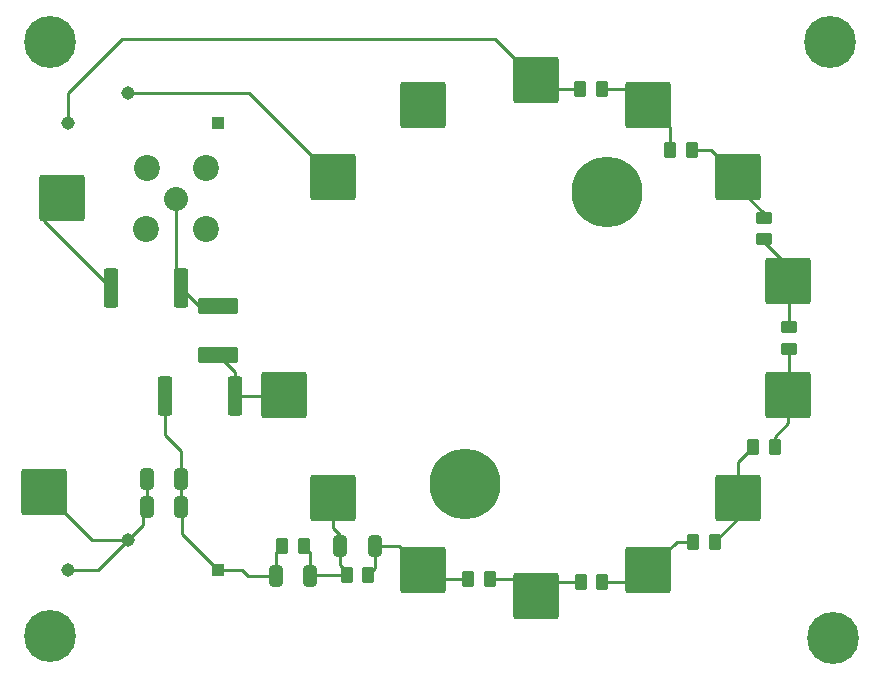
<source format=gbr>
%TF.GenerationSoftware,KiCad,Pcbnew,7.0.2-27-g7a50654f3b*%
%TF.CreationDate,2023-06-01T09:40:15-07:00*%
%TF.ProjectId,14_pin_pmt_Rev2,31345f70-696e-45f7-906d-745f52657632,rev?*%
%TF.SameCoordinates,Original*%
%TF.FileFunction,Copper,L1,Top*%
%TF.FilePolarity,Positive*%
%FSLAX46Y46*%
G04 Gerber Fmt 4.6, Leading zero omitted, Abs format (unit mm)*
G04 Created by KiCad (PCBNEW 7.0.2-27-g7a50654f3b) date 2023-06-01 09:40:15*
%MOMM*%
%LPD*%
G01*
G04 APERTURE LIST*
G04 Aperture macros list*
%AMRoundRect*
0 Rectangle with rounded corners*
0 $1 Rounding radius*
0 $2 $3 $4 $5 $6 $7 $8 $9 X,Y pos of 4 corners*
0 Add a 4 corners polygon primitive as box body*
4,1,4,$2,$3,$4,$5,$6,$7,$8,$9,$2,$3,0*
0 Add four circle primitives for the rounded corners*
1,1,$1+$1,$2,$3*
1,1,$1+$1,$4,$5*
1,1,$1+$1,$6,$7*
1,1,$1+$1,$8,$9*
0 Add four rect primitives between the rounded corners*
20,1,$1+$1,$2,$3,$4,$5,0*
20,1,$1+$1,$4,$5,$6,$7,0*
20,1,$1+$1,$6,$7,$8,$9,0*
20,1,$1+$1,$8,$9,$2,$3,0*%
G04 Aperture macros list end*
%TA.AperFunction,ComponentPad*%
%ADD10R,1.140000X1.140000*%
%TD*%
%TA.AperFunction,ComponentPad*%
%ADD11C,1.140000*%
%TD*%
%TA.AperFunction,SMDPad,CuDef*%
%ADD12RoundRect,0.250000X-0.262500X-0.450000X0.262500X-0.450000X0.262500X0.450000X-0.262500X0.450000X0*%
%TD*%
%TA.AperFunction,SMDPad,CuDef*%
%ADD13RoundRect,0.250000X-0.325000X-0.650000X0.325000X-0.650000X0.325000X0.650000X-0.325000X0.650000X0*%
%TD*%
%TA.AperFunction,ComponentPad*%
%ADD14RoundRect,0.250002X-1.699998X-1.699998X1.699998X-1.699998X1.699998X1.699998X-1.699998X1.699998X0*%
%TD*%
%TA.AperFunction,ComponentPad*%
%ADD15C,0.700000*%
%TD*%
%TA.AperFunction,ComponentPad*%
%ADD16C,4.400000*%
%TD*%
%TA.AperFunction,SMDPad,CuDef*%
%ADD17RoundRect,0.250000X0.450000X-0.262500X0.450000X0.262500X-0.450000X0.262500X-0.450000X-0.262500X0*%
%TD*%
%TA.AperFunction,ComponentPad*%
%ADD18C,0.800000*%
%TD*%
%TA.AperFunction,ComponentPad*%
%ADD19C,6.000000*%
%TD*%
%TA.AperFunction,SMDPad,CuDef*%
%ADD20RoundRect,0.250000X0.362500X1.425000X-0.362500X1.425000X-0.362500X-1.425000X0.362500X-1.425000X0*%
%TD*%
%TA.AperFunction,ComponentPad*%
%ADD21C,2.032000*%
%TD*%
%TA.AperFunction,ComponentPad*%
%ADD22C,2.200000*%
%TD*%
%TA.AperFunction,SMDPad,CuDef*%
%ADD23RoundRect,0.249999X-1.450001X0.450001X-1.450001X-0.450001X1.450001X-0.450001X1.450001X0.450001X0*%
%TD*%
%TA.AperFunction,SMDPad,CuDef*%
%ADD24RoundRect,0.250000X0.262500X0.450000X-0.262500X0.450000X-0.262500X-0.450000X0.262500X-0.450000X0*%
%TD*%
%TA.AperFunction,Conductor*%
%ADD25C,0.250000*%
%TD*%
G04 APERTURE END LIST*
D10*
%TO.P,POT2,1,1*%
%TO.N,Net-(C2-Pad1)*%
X143256000Y-111760000D03*
D11*
%TO.P,POT2,2,2*%
%TO.N,Net-(J12-Pin_1)*%
X135636000Y-109220000D03*
%TO.P,POT2,3,3*%
X130556000Y-111760000D03*
%TD*%
D12*
%TO.P,R6,1*%
%TO.N,Net-(J6-Pin_1)*%
X188571500Y-101346000D03*
%TO.P,R6,2*%
%TO.N,Net-(J5-Pin_1)*%
X190396500Y-101346000D03*
%TD*%
D13*
%TO.P,C5,1*%
%TO.N,Net-(J12-Pin_1)*%
X137209000Y-104013000D03*
%TO.P,C5,2*%
%TO.N,Net-(C2-Pad1)*%
X140159000Y-104013000D03*
%TD*%
D14*
%TO.P,J17,1,Pin_1*%
%TO.N,GND*%
X130048000Y-80264000D03*
%TD*%
%TO.P,J14,1,Pin_1*%
%TO.N,GND*%
X160655000Y-72390000D03*
%TD*%
D15*
%TO.P,H3,1,1*%
%TO.N,unconnected-(H3-Pad1)*%
X127382000Y-117348000D03*
X127865274Y-116181274D03*
X127865274Y-118514726D03*
X129032000Y-115698000D03*
D16*
X129032000Y-117348000D03*
D15*
X129032000Y-118998000D03*
X130198726Y-116181274D03*
X130198726Y-118514726D03*
X130682000Y-117348000D03*
%TD*%
D13*
%TO.P,C4,1*%
%TO.N,Net-(J12-Pin_1)*%
X137209000Y-106426000D03*
%TO.P,C4,2*%
%TO.N,Net-(C2-Pad1)*%
X140159000Y-106426000D03*
%TD*%
D17*
%TO.P,R5,1*%
%TO.N,Net-(J5-Pin_1)*%
X191643000Y-92987500D03*
%TO.P,R5,2*%
%TO.N,Net-(J4-Pin_1)*%
X191643000Y-91162500D03*
%TD*%
D14*
%TO.P,J9,1,Pin_1*%
%TO.N,Net-(J9-Pin_1)*%
X160655000Y-111760000D03*
%TD*%
D15*
%TO.P,H2,1,1*%
%TO.N,unconnected-(H2-Pad1)*%
X193422000Y-67056000D03*
X193905274Y-65889274D03*
X193905274Y-68222726D03*
X195072000Y-65406000D03*
D16*
X195072000Y-67056000D03*
D15*
X195072000Y-68706000D03*
X196238726Y-65889274D03*
X196238726Y-68222726D03*
X196722000Y-67056000D03*
%TD*%
D14*
%TO.P,J12,1,Pin_1*%
%TO.N,Net-(J12-Pin_1)*%
X128524000Y-105156000D03*
%TD*%
D18*
%TO.P,H6,1,1*%
%TO.N,unconnected-(H6-Pad1)*%
X161961000Y-104485000D03*
X162620010Y-102894010D03*
X162620010Y-106075990D03*
X164211000Y-102235000D03*
D19*
X164211000Y-104485000D03*
D18*
X164211000Y-106735000D03*
X165801990Y-102894010D03*
X165801990Y-106075990D03*
X166461000Y-104485000D03*
%TD*%
D20*
%TO.P,R13-DNP,1*%
%TO.N,Net-(C3-Pad1)*%
X140122500Y-87884000D03*
%TO.P,R13-DNP,2*%
%TO.N,GND*%
X134197500Y-87884000D03*
%TD*%
D12*
%TO.P,R11,1*%
%TO.N,Net-(C2-Pad1)*%
X148693500Y-109728000D03*
%TO.P,R11,2*%
%TO.N,Net-(J10-Pin_1)*%
X150518500Y-109728000D03*
%TD*%
D14*
%TO.P,J1,1,Pin_1*%
%TO.N,Net-(J1-Pin_1)*%
X170180000Y-70231000D03*
%TD*%
D21*
%TO.P,J15,1,1*%
%TO.N,Net-(C3-Pad1)*%
X139700000Y-80289400D03*
D22*
%TO.P,J15,2,2*%
%TO.N,GND*%
X137160000Y-82829400D03*
%TO.P,J15,3,3*%
X142240000Y-82829400D03*
%TO.P,J15,4,4*%
X142240000Y-77724000D03*
%TO.P,J15,5,5*%
X137236200Y-77724000D03*
%TD*%
D20*
%TO.P,R12,1*%
%TO.N,Net-(J11-Pin_1)*%
X144694500Y-97028000D03*
%TO.P,R12,2*%
%TO.N,Net-(C2-Pad1)*%
X138769500Y-97028000D03*
%TD*%
D23*
%TO.P,C3,1*%
%TO.N,Net-(C3-Pad1)*%
X143256000Y-89390000D03*
%TO.P,C3,2*%
%TO.N,Net-(J11-Pin_1)*%
X143256000Y-93490000D03*
%TD*%
D14*
%TO.P,J8,1,Pin_1*%
%TO.N,Net-(J8-Pin_1)*%
X170180000Y-113919000D03*
%TD*%
D18*
%TO.P,H5,1,1*%
%TO.N,unconnected-(H5-Pad1)*%
X173959010Y-79695990D03*
X174618020Y-78105000D03*
X174618020Y-81286980D03*
X176209010Y-77445990D03*
D19*
X176209010Y-79695990D03*
D18*
X176209010Y-81945990D03*
X177800000Y-78105000D03*
X177800000Y-81286980D03*
X178459010Y-79695990D03*
%TD*%
D12*
%TO.P,R7,1*%
%TO.N,Net-(J7-Pin_1)*%
X183491500Y-109347000D03*
%TO.P,R7,2*%
%TO.N,Net-(J6-Pin_1)*%
X185316500Y-109347000D03*
%TD*%
D14*
%TO.P,J3,1,Pin_1*%
%TO.N,Net-(J3-Pin_1)*%
X187325000Y-78486000D03*
%TD*%
%TO.P,J5,1,Pin_1*%
%TO.N,Net-(J5-Pin_1)*%
X191516000Y-96901000D03*
%TD*%
%TO.P,J4,1,Pin_1*%
%TO.N,Net-(J4-Pin_1)*%
X191516000Y-87249000D03*
%TD*%
%TO.P,J6,1,Pin_1*%
%TO.N,Net-(J6-Pin_1)*%
X187325000Y-105664000D03*
%TD*%
%TO.P,J2,1,Pin_1*%
%TO.N,Net-(J2-Pin_1)*%
X179705000Y-72390000D03*
%TD*%
D13*
%TO.P,C1,1*%
%TO.N,Net-(J10-Pin_1)*%
X153592000Y-109728000D03*
%TO.P,C1,2*%
%TO.N,Net-(J9-Pin_1)*%
X156542000Y-109728000D03*
%TD*%
%TO.P,C2,1*%
%TO.N,Net-(C2-Pad1)*%
X148131000Y-112268000D03*
%TO.P,C2,2*%
%TO.N,Net-(J10-Pin_1)*%
X151081000Y-112268000D03*
%TD*%
D12*
%TO.P,R10,1*%
%TO.N,Net-(J10-Pin_1)*%
X154154500Y-112141000D03*
%TO.P,R10,2*%
%TO.N,Net-(J9-Pin_1)*%
X155979500Y-112141000D03*
%TD*%
D15*
%TO.P,H4,1,1*%
%TO.N,unconnected-(H4-Pad1)*%
X193699726Y-117474000D03*
X194183000Y-116307274D03*
X194183000Y-118640726D03*
X195349726Y-115824000D03*
D16*
X195349726Y-117474000D03*
D15*
X195349726Y-119124000D03*
X196516452Y-116307274D03*
X196516452Y-118640726D03*
X196999726Y-117474000D03*
%TD*%
D14*
%TO.P,J11,1,Pin_1*%
%TO.N,Net-(J11-Pin_1)*%
X148844000Y-96901000D03*
%TD*%
D12*
%TO.P,R9,1*%
%TO.N,Net-(J9-Pin_1)*%
X164441500Y-112522000D03*
%TO.P,R9,2*%
%TO.N,Net-(J8-Pin_1)*%
X166266500Y-112522000D03*
%TD*%
D10*
%TO.P,POT1,1,1*%
%TO.N,GND*%
X143256000Y-73914000D03*
D11*
%TO.P,POT1,2,2*%
%TO.N,Net-(J13-Pin_1)*%
X135636000Y-71374000D03*
%TO.P,POT1,3,3*%
%TO.N,Net-(J1-Pin_1)*%
X130556000Y-73914000D03*
%TD*%
D24*
%TO.P,R3,1*%
%TO.N,Net-(J3-Pin_1)*%
X183388000Y-76200000D03*
%TO.P,R3,2*%
%TO.N,Net-(J2-Pin_1)*%
X181563000Y-76200000D03*
%TD*%
D14*
%TO.P,J13,1,Pin_1*%
%TO.N,Net-(J13-Pin_1)*%
X153035000Y-78486000D03*
%TD*%
%TO.P,J7,1,Pin_1*%
%TO.N,Net-(J7-Pin_1)*%
X179705000Y-111760000D03*
%TD*%
D12*
%TO.P,R8,1*%
%TO.N,Net-(J8-Pin_1)*%
X173966500Y-112776000D03*
%TO.P,R8,2*%
%TO.N,Net-(J7-Pin_1)*%
X175791500Y-112776000D03*
%TD*%
D24*
%TO.P,R2,1*%
%TO.N,Net-(J2-Pin_1)*%
X175768000Y-70993000D03*
%TO.P,R2,2*%
%TO.N,Net-(J1-Pin_1)*%
X173943000Y-70993000D03*
%TD*%
D15*
%TO.P,H1,1,1*%
%TO.N,GND*%
X127382000Y-67056000D03*
X127865274Y-65889274D03*
X127865274Y-68222726D03*
X129032000Y-65406000D03*
D16*
X129032000Y-67056000D03*
D15*
X129032000Y-68706000D03*
X130198726Y-65889274D03*
X130198726Y-68222726D03*
X130682000Y-67056000D03*
%TD*%
D17*
%TO.P,R4,1*%
%TO.N,Net-(J4-Pin_1)*%
X189484000Y-83716500D03*
%TO.P,R4,2*%
%TO.N,Net-(J3-Pin_1)*%
X189484000Y-81891500D03*
%TD*%
D14*
%TO.P,J10,1,Pin_1*%
%TO.N,Net-(J10-Pin_1)*%
X153035000Y-105664000D03*
%TD*%
D25*
%TO.N,Net-(J10-Pin_1)*%
X153592000Y-109728000D02*
X153592000Y-108761000D01*
X153592000Y-111301000D02*
X153592000Y-109728000D01*
X151208000Y-112141000D02*
X151081000Y-112268000D01*
X153035000Y-108204000D02*
X153035000Y-105664000D01*
X154154500Y-112141000D02*
X154154500Y-111863500D01*
X154154500Y-111863500D02*
X153592000Y-111301000D01*
X151081000Y-110290500D02*
X150518500Y-109728000D01*
X153592000Y-108761000D02*
X153035000Y-108204000D01*
X151081000Y-112268000D02*
X151081000Y-110290500D01*
X154154500Y-112141000D02*
X151208000Y-112141000D01*
%TO.N,Net-(J9-Pin_1)*%
X156542000Y-109728000D02*
X158623000Y-109728000D01*
X158623000Y-109728000D02*
X160655000Y-111760000D01*
X164441500Y-112522000D02*
X161417000Y-112522000D01*
X155979500Y-112141000D02*
X156542000Y-111578500D01*
X161417000Y-112522000D02*
X160655000Y-111760000D01*
X156542000Y-111578500D02*
X156542000Y-109728000D01*
%TO.N,Net-(C2-Pad1)*%
X140208000Y-108712000D02*
X140208000Y-106475000D01*
X145288000Y-111760000D02*
X143256000Y-111760000D01*
X140159000Y-101678000D02*
X138811000Y-100330000D01*
X138811000Y-100330000D02*
X138811000Y-97069500D01*
X143256000Y-111760000D02*
X140208000Y-108712000D01*
X140208000Y-106475000D02*
X140159000Y-106426000D01*
X140159000Y-104140000D02*
X140159000Y-101678000D01*
X140159000Y-106426000D02*
X140159000Y-104140000D01*
X148131000Y-110290500D02*
X148693500Y-109728000D01*
X145796000Y-112268000D02*
X145288000Y-111760000D01*
X148131000Y-112268000D02*
X145796000Y-112268000D01*
X138811000Y-97069500D02*
X138769500Y-97028000D01*
X148131000Y-112268000D02*
X148131000Y-110290500D01*
%TO.N,Net-(J11-Pin_1)*%
X144694500Y-94928500D02*
X143256000Y-93490000D01*
X148717000Y-97028000D02*
X144694500Y-97028000D01*
X148844000Y-96901000D02*
X148717000Y-97028000D01*
X144694500Y-97028000D02*
X144694500Y-94928500D01*
%TO.N,Net-(J1-Pin_1)*%
X130556000Y-73914000D02*
X130556000Y-71374000D01*
X135128000Y-66802000D02*
X166751000Y-66802000D01*
X166751000Y-66802000D02*
X170180000Y-70231000D01*
X130556000Y-71374000D02*
X135128000Y-66802000D01*
X170180000Y-70231000D02*
X170942000Y-70993000D01*
X170942000Y-70993000D02*
X173943000Y-70993000D01*
%TO.N,Net-(J2-Pin_1)*%
X181563000Y-76200000D02*
X181563000Y-74248000D01*
X178308000Y-70993000D02*
X179705000Y-72390000D01*
X175768000Y-70993000D02*
X178308000Y-70993000D01*
X181563000Y-74248000D02*
X179705000Y-72390000D01*
%TO.N,Net-(J3-Pin_1)*%
X187325000Y-79375000D02*
X187325000Y-78486000D01*
X185039000Y-76200000D02*
X187325000Y-78486000D01*
X183388000Y-76200000D02*
X185039000Y-76200000D01*
X189484000Y-81534000D02*
X187325000Y-79375000D01*
X189484000Y-81891500D02*
X189484000Y-81534000D01*
%TO.N,Net-(J4-Pin_1)*%
X191643000Y-91162500D02*
X191643000Y-87376000D01*
X189484000Y-83947000D02*
X191516000Y-85979000D01*
X189484000Y-83716500D02*
X189484000Y-83947000D01*
X191516000Y-85979000D02*
X191516000Y-87249000D01*
X191643000Y-87376000D02*
X191516000Y-87249000D01*
%TO.N,Net-(J5-Pin_1)*%
X191643000Y-92987500D02*
X191643000Y-96774000D01*
X191516000Y-99314000D02*
X191516000Y-96901000D01*
X190396500Y-101346000D02*
X190396500Y-100433500D01*
X191643000Y-96774000D02*
X191516000Y-96901000D01*
X190396500Y-100433500D02*
X191516000Y-99314000D01*
%TO.N,Net-(J6-Pin_1)*%
X187325000Y-107338500D02*
X187325000Y-105664000D01*
X185316500Y-109347000D02*
X187325000Y-107338500D01*
X188571500Y-101346000D02*
X187325000Y-102592500D01*
X187325000Y-102592500D02*
X187325000Y-105664000D01*
%TO.N,Net-(J7-Pin_1)*%
X175791500Y-112776000D02*
X178689000Y-112776000D01*
X182118000Y-109347000D02*
X179705000Y-111760000D01*
X178689000Y-112776000D02*
X179705000Y-111760000D01*
X183491500Y-109347000D02*
X182118000Y-109347000D01*
%TO.N,Net-(J8-Pin_1)*%
X171323000Y-112776000D02*
X170180000Y-113919000D01*
X170180000Y-113919000D02*
X168783000Y-112522000D01*
X168783000Y-112522000D02*
X166266500Y-112522000D01*
X173966500Y-112776000D02*
X171323000Y-112776000D01*
%TO.N,GND*%
X128524000Y-82210500D02*
X134197500Y-87884000D01*
X128524000Y-80264000D02*
X128524000Y-82210500D01*
%TO.N,Net-(C3-Pad1)*%
X139700000Y-87461500D02*
X139700000Y-80289400D01*
X140122500Y-87884000D02*
X139700000Y-87461500D01*
X141628500Y-89390000D02*
X143256000Y-89390000D01*
X140122500Y-87884000D02*
X141628500Y-89390000D01*
%TO.N,Net-(J13-Pin_1)*%
X145923000Y-71374000D02*
X153035000Y-78486000D01*
X135636000Y-71374000D02*
X145923000Y-71374000D01*
%TO.N,Net-(J12-Pin_1)*%
X130556000Y-111760000D02*
X133096000Y-111760000D01*
X132588000Y-109220000D02*
X135636000Y-109220000D01*
X128524000Y-105156000D02*
X132588000Y-109220000D01*
X133096000Y-111760000D02*
X135636000Y-109220000D01*
X136906000Y-106729000D02*
X136906000Y-107823000D01*
X136906000Y-107950000D02*
X136906000Y-107823000D01*
X135636000Y-109220000D02*
X136906000Y-107950000D01*
X137209000Y-106426000D02*
X136906000Y-106729000D01*
X137209000Y-104140000D02*
X137209000Y-106426000D01*
%TD*%
M02*

</source>
